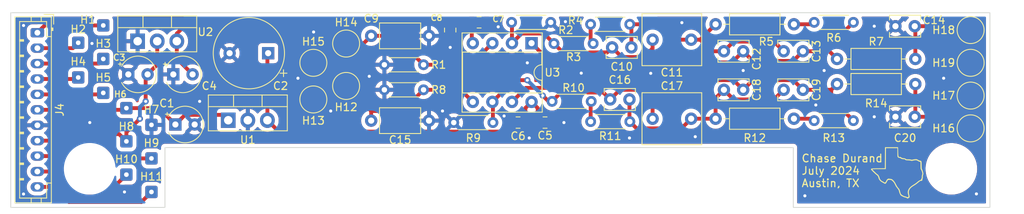
<source format=kicad_pcb>
(kicad_pcb (version 20211014) (generator pcbnew)
  (layers (0 "F.Cu" signal) (31 "B.Cu" signal) (34 "B.Paste" user) (35 "F.Paste" user) (36 "B.SilkS" user "B.Silkscreen") (37 "F.SilkS" user "F.Silkscreen") (38 "B.Mask" user) (39 "F.Mask" user) (44 "Edge.Cuts" user))
  (net 0 "")
  (net 1 "+12V")
  (net 2 "-12V")
  (net 3 "/OP_IN_L-")
  (net 4 "Net-(C10-Pad2)")
  (net 5 "/OP_OUT_L")
  (net 6 "/OP_IN_R-")
  (net 7 "Net-(C16-Pad2)")
  (net 8 "/OP_OUT_R")
  (net 9 "Net-(R3-Pad2)")
  (net 10 "Net-(R5-Pad2)")
  (net 11 "Net-(R10-Pad2)")
  (net 12 "Net-(R12-Pad2)")
  (net 13 "GND")
  (net 14 "-15V")
  (net 15 "+15V")
  (net 16 "/OP_IN_L+")
  (net 17 "/OP_IN_R+")
  (net 18 "Net-(H1-Pad1)")
  (net 19 "Net-(H2-Pad1)")
  (net 20 "Net-(H3-Pad1)")
  (net 21 "Net-(H4-Pad1)")
  (net 22 "Net-(H5-Pad1)")
  (net 23 "Net-(H9-Pad1)")
  (net 24 "Net-(H10-Pad1)")
  (net 25 "Net-(H11-Pad1)")
  (net 26 "/LINE_L+")
  (net 27 "/LINE_R+")
  (footprint "Capacitor_THT:C_Rect_L7.5mm_W6.5mm_P5.00mm" (layer "F.Cu") (at 184.5 80.75)
    (fp_text reference "C11" (at 2.5 4.25) (layer "F.SilkS"))
    (fp_text value "22n")
    (pad "1" thru_hole circle (at 0 0) (size 1.6 1.6) (drill 0.8) (layers *.Cu *.Mask) (net 3 "/OP_IN_L-"))
    (pad "2" thru_hole circle (at 5 0) (size 1.6 1.6) (drill 0.8) (layers *.Cu *.Mask) (net 4 "Net-(C10-Pad2)"))
  )
  (footprint "Resistor_THT:R_Axial_DIN0204_L3.6mm_D1.6mm_P5.08mm_Horizontal" (layer "F.Cu") (at 171.71 81.25)
    (fp_text reference "R3" (at 2.54 1.75) (layer "F.SilkS"))
    (fp_text value "82k")
    (pad "1" thru_hole circle (at 0 0) (size 1.4 1.4) (drill 0.7) (layers *.Cu *.Mask) (net 3 "/OP_IN_L-"))
    (pad "2" thru_hole oval (at 5.08 0) (size 1.4 1.4) (drill 0.7) (layers *.Cu *.Mask) (net 9 "Net-(R3-Pad2)"))
  )
  (footprint "Resistor_THT:R_Axial_DIN0204_L3.6mm_D1.6mm_P5.08mm_Horizontal" (layer "F.Cu") (at 154.79 84 180)
    (fp_text reference "R1" (at -1.96 0) (layer "F.SilkS"))
    (fp_text value "47k" hide)
    (pad "1" thru_hole circle (at 0 0 180) (size 1.4 1.4) (drill 0.7) (layers *.Cu *.Mask) (net 16 "/OP_IN_L+"))
    (pad "2" thru_hole oval (at 5.08 0 180) (size 1.4 1.4) (drill 0.7) (layers *.Cu *.Mask) (net 13 "GND"))
  )
  (footprint "Connector_Wire:SolderWire-0.1sqmm_1x01_D0.4mm_OD1mm" (layer "F.Cu") (at 113.25 87.65)
    (fp_text reference "H5" (at 0 -2) (layer "F.SilkS"))
    (fp_text value "MountingHole_Pad")
    (pad "1" thru_hole roundrect (at 0 0) (size 1.6 1.6) (drill 0.6) (layers *.Cu *.Mask) (roundrect_rratio 0.15625) (net 22 "Net-(H5-Pad1)"))
  )
  (footprint "Capacitor_THT:C_Disc_D3.8mm_W2.6mm_P2.50mm" (layer "F.Cu") (at 179 88.5)
    (fp_text reference "C16" (at 1.25 -2.55) (layer "F.SilkS"))
    (fp_text value "2700p")
    (pad "1" thru_hole circle (at 0 0) (size 1.6 1.6) (drill 0.8) (layers *.Cu *.Mask) (net 6 "/OP_IN_R-"))
    (pad "2" thru_hole circle (at 2.5 0) (size 1.6 1.6) (drill 0.8) (layers *.Cu *.Mask) (net 7 "Net-(C16-Pad2)"))
  )
  (footprint "Resistor_THT:R_Axial_DIN0204_L3.6mm_D1.6mm_P5.08mm_Horizontal" (layer "F.Cu") (at 154.79 87.25 180)
    (fp_text reference "R8" (at -1.96 0) (layer "F.SilkS"))
    (fp_text value "47k")
    (pad "1" thru_hole circle (at 0 0 180) (size 1.4 1.4) (drill 0.7) (layers *.Cu *.Mask) (net 17 "/OP_IN_R+"))
    (pad "2" thru_hole oval (at 5.08 0 180) (size 1.4 1.4) (drill 0.7) (layers *.Cu *.Mask) (net 13 "GND"))
  )
  (footprint "Capacitor_THT:C_Disc_D3.8mm_W2.6mm_P2.50mm" (layer "F.Cu") (at 201.5 82.25)
    (fp_text reference "C13" (at 4.25 0 90) (layer "F.SilkS"))
    (fp_text value "6800p")
    (pad "1" thru_hole circle (at 0 0) (size 1.6 1.6) (drill 0.8) (layers *.Cu *.Mask) (net 4 "Net-(C10-Pad2)"))
    (pad "2" thru_hole circle (at 2.5 0) (size 1.6 1.6) (drill 0.8) (layers *.Cu *.Mask) (net 5 "/OP_OUT_L"))
  )
  (footprint "Capacitor_SMD:C_0805_2012Metric" (layer "F.Cu") (at 167.05 91.5)
    (fp_text reference "C6" (at 0 1.75) (layer "F.SilkS"))
    (fp_text value "1u")
    (pad "1" smd roundrect (at -0.95 0) (size 1 1.45) (layers "F.Cu" "F.Paste" "F.Mask") (net 13 "GND"))
    (pad "2" smd roundrect (at 0.95 0) (size 1 1.45) (layers "F.Cu" "F.Paste" "F.Mask") (net 1 "+12V"))
  )
  (footprint "Library:texas_7mm" (layer "F.Cu") (at 216.25 98)
    (fp_text reference "G***" hide)
    (fp_text value "LOGO" hide)
  )
  (footprint "Capacitor_THT:C_Disc_D3.8mm_W2.6mm_P2.50mm" (layer "F.Cu") (at 193.75 87.25)
    (fp_text reference "C18" (at 4.25 0 90) (layer "F.SilkS"))
    (fp_text value "110p")
    (pad "1" thru_hole circle (at 0 0) (size 1.6 1.6) (drill 0.8) (layers *.Cu *.Mask) (net 7 "Net-(C16-Pad2)"))
    (pad "2" thru_hole circle (at 2.5 0) (size 1.6 1.6) (drill 0.8) (layers *.Cu *.Mask) (net 8 "/OP_OUT_R"))
  )
  (footprint "Resistor_THT:R_Axial_DIN0204_L3.6mm_D1.6mm_P5.08mm_Horizontal" (layer "F.Cu") (at 205.46 91.25)
    (fp_text reference "R13" (at 2.54 2.25) (layer "F.SilkS"))
    (fp_text value "6k2")
    (pad "1" thru_hole circle (at 0 0) (size 1.4 1.4) (drill 0.7) (layers *.Cu *.Mask) (net 12 "Net-(R12-Pad2)"))
    (pad "2" thru_hole oval (at 5.08 0) (size 1.4 1.4) (drill 0.7) (layers *.Cu *.Mask) (net 8 "/OP_OUT_R"))
  )
  (footprint "TestPoint:TestPoint_Pad_D3.0mm" (layer "F.Cu") (at 225.75 88)
    (fp_text reference "H17" (at -3.5 0) (layer "F.SilkS"))
    (fp_text value "MountingHole_Pad")
    (pad "1" smd circle (at 0 0) (size 3 3) (layers "F.Cu" "F.Mask") (net 13 "GND"))
  )
  (footprint "Capacitor_THT:C_Axial_L5.1mm_D3.1mm_P7.50mm_Horizontal" (layer "F.Cu") (at 148 91.25)
    (fp_text reference "C15" (at 3.75 2.5) (layer "F.SilkS"))
    (fp_text value "360p" hide)
    (pad "1" thru_hole circle (at 0 0) (size 1.6 1.6) (drill 0.8) (layers *.Cu *.Mask) (net 17 "/OP_IN_R+"))
    (pad "2" thru_hole oval (at 7.5 0) (size 1.6 1.6) (drill 0.8) (layers *.Cu *.Mask) (net 13 "GND"))
  )
  (footprint "Resistor_THT:R_Axial_DIN0204_L3.6mm_D1.6mm_P5.08mm_Horizontal" (layer "F.Cu") (at 176.466478 91.375955)
    (fp_text reference "R11" (at 2.533522 1.874045) (layer "F.SilkS"))
    (fp_text value "47k")
    (pad "1" thru_hole circle (at 0 0) (size 1.4 1.4) (drill 0.7) (layers *.Cu *.Mask) (net 11 "Net-(R10-Pad2)"))
    (pad "2" thru_hole oval (at 5.08 0) (size 1.4 1.4) (drill 0.7) (layers *.Cu *.Mask) (net 7 "Net-(C16-Pad2)"))
  )
  (footprint "Resistor_THT:R_Axial_DIN0204_L3.6mm_D1.6mm_P5.08mm_Horizontal" (layer "F.Cu") (at 205.46 78.5)
    (fp_text reference "R6" (at 2.54 2) (layer "F.SilkS"))
    (fp_text value "6k2")
    (pad "1" thru_hole circle (at 0 0) (size 1.4 1.4) (drill 0.7) (layers *.Cu *.Mask) (net 10 "Net-(R5-Pad2)"))
    (pad "2" thru_hole oval (at 5.08 0) (size 1.4 1.4) (drill 0.7) (layers *.Cu *.Mask) (net 5 "/OP_OUT_L"))
  )
  (footprint "Connector_Wire:SolderWire-0.1sqmm_1x01_D0.4mm_OD1mm" (layer "F.Cu") (at 113.25 78.9)
    (fp_text reference "H1" (at -2 -0.75) (layer "F.SilkS"))
    (fp_text value "MountingHole_Pad")
    (pad "1" thru_hole roundrect (at 0 0) (size 1.6 1.6) (drill 0.6) (layers *.Cu *.Mask) (roundrect_rratio 0.15625) (net 18 "Net-(H1-Pad1)"))
  )
  (footprint "Resistor_THT:R_Axial_DIN0207_L6.3mm_D2.5mm_P10.16mm_Horizontal" (layer "F.Cu") (at 208.42 86.5)
    (fp_text reference "R14" (at 5.08 2.5) (layer "F.SilkS"))
    (fp_text value "240")
    (pad "1" thru_hole circle (at 0 0) (size 1.6 1.6) (drill 0.8) (layers *.Cu *.Mask) (net 8 "/OP_OUT_R"))
    (pad "2" thru_hole oval (at 10.16 0) (size 1.6 1.6) (drill 0.8) (layers *.Cu *.Mask) (net 27 "/LINE_R+"))
  )
  (footprint "Connector_Wire:SolderWire-0.1sqmm_1x01_D0.4mm_OD1mm" (layer "F.Cu") (at 110 85.65)
    (fp_text reference "H4" (at 0 -2.0625) (layer "F.SilkS"))
    (fp_text value "MountingHole_Pad")
    (pad "1" thru_hole roundrect (at 0 0) (size 1.6 1.6) (drill 0.6) (layers *.Cu *.Mask) (roundrect_rratio 0.15625) (net 21 "Net-(H4-Pad1)"))
  )
  (footprint "TestPoint:TestPoint_Pad_D3.0mm" (layer "F.Cu") (at 140.5 83.75)
    (fp_text reference "H15" (at 0 -2.75) (layer "F.SilkS"))
    (fp_text value "MountingHole_Pad")
    (pad "1" smd circle (at 0 0) (size 3 3) (layers "F.Cu" "F.Mask") (net 13 "GND"))
  )
  (footprint "Resistor_THT:R_Axial_DIN0207_L6.3mm_D2.5mm_P10.16mm_Horizontal" (layer "F.Cu") (at 192.67 91)
    (fp_text reference "R12" (at 5.08 2.5) (layer "F.SilkS"))
    (fp_text value "4k7")
    (pad "1" thru_hole circle (at 0 0) (size 1.6 1.6) (drill 0.8) (layers *.Cu *.Mask) (net 7 "Net-(C16-Pad2)"))
    (pad "2" thru_hole oval (at 10.16 0) (size 1.6 1.6) (drill 0.8) (layers *.Cu *.Mask) (net 12 "Net-(R12-Pad2)"))
  )
  (footprint "MountingHole:MountingHole_2.7mm_M2.5" (layer "F.Cu") (at 223.25 97.5 180)
    (fp_text reference "MH1" hide)
    (fp_text value "MountingHole_2.7mm_M2.5" hide)
    (pad "" np_thru_hole circle locked (at 0 0 180) (size 2.7 2.7) (drill 2.7) (layers F&B.Cu *.Mask) (clearance 2))
  )
  (footprint "Package_TO_SOT_THT:TO-220-3_Vertical" (layer "F.Cu") (at 129.46 91.195)
    (fp_text reference "U1" (at 2.54 2.555) (layer "F.SilkS"))
    (fp_text value "LM2940CT-12_NOPB" hide)
    (pad "1" thru_hole rect (at 0 0) (size 1.905 2) (drill 1.1) (layers *.Cu *.Mask) (net 15 "+15V"))
    (pad "2" thru_hole oval (at 2.54 0) (size 1.905 2) (drill 1.1) (layers *.Cu *.Mask) (net 13 "GND"))
    (pad "3" thru_hole oval (at 5.08 0) (size 1.905 2) (drill 1.1) (layers *.Cu *.Mask) (net 1 "+12V"))
  )
  (footprint "Capacitor_THT:C_Disc_D3.8mm_W2.6mm_P2.50mm" (layer "F.Cu") (at 218.5 79 180)
    (fp_text reference "C14" (at -2.5 0.795) (layer "F.SilkS"))
    (fp_text value "2n2")
    (pad "1" thru_hole circle (at 0 0 180) (size 1.6 1.6) (drill 0.8) (layers *.Cu *.Mask) (net 26 "/LINE_L+"))
    (pad "2" thru_hole circle (at 2.5 0 180) (size 1.6 1.6) (drill 0.8) (layers *.Cu *.Mask) (net 13 "GND"))
  )
  (footprint "Connector_Wire:SolderWire-0.1sqmm_1x01_D0.4mm_OD1mm" (layer "F.Cu") (at 119.5 100.5)
    (fp_text reference "H11" (at 0 -2) (layer "F.SilkS"))
    (fp_text value "MountingHole_Pad")
    (pad "1" thru_hole roundrect (at 0 0) (size 1.6 1.6) (drill 0.6) (layers *.Cu *.Mask) (roundrect_rratio 0.15625) (net 25 "Net-(H11-Pad1)"))
  )
  (footprint "Capacitor_THT:CP_Radial_Tantal_D9.0mm_P5.00mm" (layer "F.Cu") (at 134.635164 82.5 180)
    (fp_text reference "C2" (at -1.614836 -4.25 180) (layer "F.SilkS"))
    (fp_text value "C")
    (pad "1" thru_hole rect (at 0 0 180) (size 1.6 1.6) (drill 0.8) (layers *.Cu *.Mask) (net 1 "+12V"))
    (pad "2" thru_hole circle (at 5 0 180) (size 1.6 1.6) (drill 0.8) (layers *.Cu *.Mask) (net 13 "GND"))
  )
  (footprint "Package_TO_SOT_THT:TO-220-3_Vertical" (layer "F.Cu") (at 117.71 80.945)
    (fp_text reference "U2" (at 8.79 -1.195) (layer "F.SilkS"))
    (fp_text value "LM2990SX-12" hide)
    (pad "1" thru_hole rect (at 0 0) (size 1.905 2) (drill 1.1) (layers *.Cu *.Mask) (net 13 "GND"))
    (pad "2" thru_hole oval (at 2.54 0) (size 1.905 2) (drill 1.1) (layers *.Cu *.Mask) (net 14 "-15V"))
    (pad "3" thru_hole oval (at 5.08 0) (size 1.905 2) (drill 1.1) (layers *.Cu *.Mask) (net 2 "-12V"))
  )
  (footprint "Resistor_THT:R_Axial_DIN0207_L6.3mm_D2.5mm_P10.16mm_Horizontal" (layer "F.Cu") (at 208.42 83.25)
    (fp_text reference "R7" (at 5.08 -2.25) (layer "F.SilkS"))
    (fp_text value "240")
    (pad "1" thru_hole circle (at 0 0) (size 1.6 1.6) (drill 0.8) (layers *.Cu *.Mask) (net 5 "/OP_OUT_L"))
    (pad "2" thru_hole oval (at 10.16 0) (size 1.6 1.6) (drill 0.8) (layers *.Cu *.Mask) (net 26 "/LINE_L+"))
  )
  (footprint "Connector_Wire:SolderWire-0.1sqmm_1x01_D0.4mm_OD1mm" (layer "F.Cu") (at 110 81.15)
    (fp_text reference "H2" (at 0 -1.75) (layer "F.SilkS"))
    (fp_text value "MountingHole_Pad")
    (pad "1" thru_hole roundrect (at 0 0) (size 1.6 1.6) (drill 0.6) (layers *.Cu *.Mask) (roundrect_rratio 0.15625) (net 19 "Net-(H2-Pad1)"))
  )
  (footprint "Connector_Wire:SolderWire-0.1sqmm_1x01_D0.4mm_OD1mm" (layer "F.Cu") (at 116.25 89.625)
    (fp_text reference "H6" (at -0.784507 -1.802262) (layer "F.SilkS") (effects (font (size 0.8 0.8))))
    (fp_text value "MountingHole_Pad")
    (pad "1" thru_hole roundrect (at 0 0) (size 1.6 1.6) (drill 0.6) (layers *.Cu *.Mask) (roundrect_rratio 0.15625) (net 15 "+15V"))
  )
  (footprint "Capacitor_THT:CP_Radial_Tantal_D4.5mm_P2.50mm" (layer "F.Cu") (at 122.334576 85.25)
    (fp_text reference "C4" (at 4.665424 1.5) (layer "F.SilkS"))
    (fp_text value "2u2")
    (pad "1" thru_hole rect (at 0 0) (size 1.6 1.6) (drill 0.8) (layers *.Cu *.Mask) (net 13 "GND"))
    (pad "2" thru_hole circle (at 2.5 0) (size 1.6 1.6) (drill 0.8) (layers *.Cu *.Mask) (net 2 "-12V"))
  )
  (footprint "TestPoint:TestPoint_Pad_D3.0mm" (layer "F.Cu") (at 144.75 81.25)
    (fp_text reference "H14" (at 0 -2.75) (layer "F.SilkS"))
    (fp_text value "MountingHole_Pad")
    (pad "1" smd circle (at 0 0) (size 3 3) (layers "F.Cu" "F.Mask") (net 16 "/OP_IN_L+"))
  )
  (footprint "Capacitor_SMD:C_0805_2012Metric" (layer "F.Cu") (at 162 78.5 180)
    (fp_text reference "C7" (at -2.482211 0.426597) (layer "F.SilkS") (effects (font (size 0.75 0.75))))
    (fp_text value "100n")
    (pad "1" smd roundrect (at -0.95 0 180) (size 1 1.45) (layers "F.Cu" "F.Paste" "F.Mask") (net 13 "GND"))
    (pad "2" smd roundrect (at 0.95 0 180) (size 1 1.45) (layers "F.Cu" "F.Paste" "F.Mask") (net 2 "-12V"))
  )
  (footprint "Resistor_THT:R_Axial_DIN0204_L3.6mm_D1.6mm_P5.08mm_Horizontal" (layer "F.Cu") (at 171.46 88.75)
    (fp_text reference "R10" (at 2.79 -1.75) (layer "F.SilkS"))
    (fp_text value "82k")
    (pad "1" thru_hole circle (at 0 0) (size 1.4 1.4) (drill 0.7) (layers *.Cu *.Mask) (net 6 "/OP_IN_R-"))
    (pad "2" thru_hole oval (at 5.08 0) (size 1.4 1.4) (drill 0.7) (layers *.Cu *.Mask) (net 11 "Net-(R10-Pad2)"))
  )
  (footprint "Capacitor_SMD:C_0805_2012Metric" (layer "F.Cu") (at 158.25 79.5 90)
    (fp_text reference "C8" (at 1.583215 -1.773906 180) (layer "F.SilkS") (effects (font (size 0.75 0.75))))
    (fp_text value "1u")
    (pad "1" smd roundrect (at -0.95 0 90) (size 1 1.45) (layers "F.Cu" "F.Paste" "F.Mask") (net 13 "GND"))
    (pad "2" smd roundrect (at 0.95 0 90) (size 1 1.45) (layers "F.Cu" "F.Paste" "F.Mask") (net 2 "-12V"))
  )
  (footprint "MountingHole:MountingHole_2.7mm_M2.5" (layer "F.Cu") (at 111.49 97.5 180)
    (fp_text reference "MH1" hide)
    (fp_text value "MountingHole_2.7mm_M2.5" hide)
    (pad "" np_thru_hole circle locked (at 0 0 180) (size 2.7 2.7) (drill 2.7) (layers F&B.Cu *.Mask) (clearance 2))
  )
  (footprint "TestPoint:TestPoint_Pad_D3.0mm" (layer "F.Cu") (at 225.75 79.5)
    (fp_text reference "H18" (at -3.5 0) (layer "F.SilkS"))
    (fp_text value "MountingHole_Pad")
    (pad "1" smd circle (at 0 0) (size 3 3) (layers "F.Cu" "F.Mask") (net 26 "/LINE_L+"))
  )
  (footprint "Connector_Wire:SolderWire-0.1sqmm_1x01_D0.4mm_OD1mm" (layer "F.Cu") (at 119.5 96.15)
    (fp_text reference "H9" (at 0 -2) (layer "F.SilkS"))
    (fp_text value "MountingHole_Pad")
    (pad "1" thru_hole roundrect (at 0 0) (size 1.6 1.6) (drill 0.6) (layers *.Cu *.Mask) (roundrect_rratio 0.15625) (net 23 "Net-(H9-Pad1)"))
  )
  (footprint "Connector_Wire:SolderWire-0.1sqmm_1x01_D0.4mm_OD1mm" (layer "F.Cu") (at 113.25 83.25)
    (fp_text reference "H3" (at 0 -2) (layer "F.SilkS"))
    (fp_text value "MountingHole_Pad")
    (pad "1" thru_hole roundrect (at 0 0) (size 1.6 1.6) (drill 0.6) (layers *.Cu *.Mask) (roundrect_rratio 0.15625) (net 20 "Net-(H3-Pad1)"))
  )
  (footprint "Connector_Wire:SolderWire-0.1sqmm_1x01_D0.4mm_OD1mm" (layer "F.Cu") (at 116.25 93.9375)
    (fp_text reference "H8" (at 0 -1.9375) (layer "F.SilkS"))
    (fp_text value "MountingHole_Pad")
    (pad "1" thru_hole roundrect (at 0 0) (size 1.6 1.6) (drill 0.6) (layers *.Cu *.Mask) (roundrect_rratio 0.15625) (net 14 "-15V"))
  )
  (footprint "Capacitor_THT:C_Axial_L5.1mm_D3.1mm_P7.50mm_Horizontal" (layer "F.Cu") (at 148 80.25)
    (fp_text reference "C9" (at 0.016405 -2.242501) (layer "F.SilkS"))
    (fp_text value "360p" hide)
    (pad "1" thru_hole circle (at 0 0) (size 1.6 1.6) (drill 0.8) (layers *.Cu *.Mask) (net 16 "/OP_IN_L+"))
    (pad "2" thru_hole oval (at 7.5 0) (size 1.6 1.6) (drill 0.8) (layers *.Cu *.Mask) (net 13 "GND"))
  )
  (footprint "Capacitor_THT:C_Rect_L7.5mm_W6.5mm_P5.00mm" (layer "F.Cu") (at 184.5 91)
    (fp_text reference "C17" (at 2.5 -4.25) (layer "F.SilkS"))
    (fp_text value "22n")
    (pad "1" thru_hole circle (at 0 0) (size 1.6 1.6) (drill 0.8) (layers *.Cu *.Mask) (net 6 "/OP_IN_R-"))
    (pad "2" thru_hole circle (at 5 0) (size 1.6 1.6) (drill 0.8) (layers *.Cu *.Mask) (net 7 "Net-(C16-Pad2)"))
  )
  (footprint "Capacitor_THT:CP_Radial_Tantal_D4.5mm_P2.50mm" (layer "F.Cu") (at 122.60572 91.75)
    (fp_text reference "C1" (at -1.10572 -2.75 180) (layer "F.SilkS"))
    (fp_text value "0.47u")
    (pad "1" thru_hole rect (at 0 0) (size 1.6 1.6) (drill 0.8) (layers *.Cu *.Mask) (net 15 "+15V"))
    (pad "2" thru_hole circle (at 2.5 0) (size 1.6 1.6) (drill 0.8) (layers *.Cu *.Mask) (net 13 "GND"))
  )
  (footprint "Connector_Wire:SolderWire-0.1sqmm_1x01_D0.4mm_OD1mm" (layer "F.Cu") (at 116.25 98.25)
    (fp_text reference "H10" (at 0 -2) (layer "F.SilkS"))
    (fp_text value "MountingHole_Pad")
    (pad "1" thru_hole roundrect (at 0 0) (size 1.6 1.6) (drill 0.6) (layers *.Cu *.Mask) (roundrect_rratio 0.15625) (net 24 "Net-(H10-Pad1)"))
  )
  (footprint "Resistor_THT:R_Axial_DIN0204_L3.6mm_D1.6mm_P5.08mm_Horizontal" (layer "F.Cu") (at 171.29 78.5 180)
    (fp_text reference "R2" (at -1.96 -1) (layer "F.SilkS"))
    (fp_text value "100")
    (pad "1" thru_hole circle (at 0 0 180) (size 1.4 1.4) (drill 0.7) (layers *.Cu *.Mask) (net 13 "GND"))
    (pad "2" thru_hole oval (at 5.08 0 180) (size 1.4 1.4) (drill 0.7) (layers *.Cu *.Mask) (net 3 "/OP_IN_L-"))
  )
  (footprint "Capacitor_SMD:C_0805_2012Metric" (layer "F.Cu") (at 170.55 91.5 180)
    (fp_text reference "C5" (at 0 -1.68) (layer "F.SilkS"))
    (fp_text value "100n")
    (pad "1" smd roundrect (at -0.95 0 180) (size 1 1.45) (layers "F.Cu" "F.Paste" "F.Mask") (net 13 "GND"))
    (pad "2" smd roundrect (at 0.95 0 180) (size 1 1.45) (layers "F.Cu" "F.Paste" "F.Mask") (net 1 "+12V"))
  )
  (footprint "TestPoint:TestPoint_Pad_D3.0mm" (layer "F.Cu") (at 225.75 92.25)
    (fp_text reference "H16" (at -3.5 0) (layer "F.SilkS"))
    (fp_text value "MountingHole_Pad")
    (pad "1" smd circle (at 0 0) (size 3 3) (layers "F.Cu" "F.Mask") (net 27 "/LINE_R+"))
  )
  (footprint "TestPoint:TestPoint_Pad_D3.0mm" (layer "F.Cu") (at 144.75 86.75)
    (fp_text reference "H12" (at 0 2.75) (layer "F.SilkS"))
    (fp_text value "MountingHole_Pad")
    (pad "1" smd circle (at 0 0) (size 3 3) (layers "F.Cu" "F.Mask") (net 17 "/OP_IN_R+"))
  )
  (footprint "Resistor_THT:R_Axial_DIN0204_L3.6mm_D1.6mm_P5.08mm_Horizontal" (layer "F.Cu") (at 176.46 78.75)
    (fp_text reference "R4" (at -1.96 -0.5) (layer "F.SilkS"))
    (fp_text value "47k")
    (pad "1" thru_hole circle (at 0 0) (size 1.4 1.4) (drill 0.7) (layers *.Cu *.Mask) (net 9 "Net-(R3-Pad2)"))
    (pad "2" thru_hole oval (at 5.08 0) (size 1.4 1.4) (drill 0.7) (layers *.Cu *.Mask) (net 4 "Net-(C10-Pad2)"))
  )
  (footprint "TestPoint:TestPoint_Pad_D3.0mm" (layer "F.Cu") (at 225.75 83.75)
    (fp_text reference "H19" (at -3.5 0) (layer "F.SilkS"))
    (fp_text value "MountingHole_Pad")
    (pad "1" smd circle (at 0 0) (size 3 3) (layers "F.Cu" "F.Mask") (net 13 "GND"))
  )
  (footprint "Capacitor_THT:C_Disc_D3.8mm_W2.6mm_P2.50mm" (layer "F.Cu") (at 218.5 90.75 180)
    (fp_text reference "C20" (at 1.25 -2.75) (layer "F.SilkS"))
    (fp_text value "2n2")
    (pad "1" thru_hole circle (at 0 0 180) (size 1.6 1.6) (drill 0.8) (layers *.Cu *.Mask) (net 27 "/LINE_R+"))
    (pad "2" thru_hole circle (at 2.5 0 180) (size 1.6 1.6) (drill 0.8) (layers *.Cu *.Mask) (net 13 "GND"))
  )
  (footprint "Resistor_THT:R_Axial_DIN0204_L3.6mm_D1.6mm_P5.08mm_Horizontal" (layer "F.Cu") (at 158.71 91.5)
    (fp_text reference "R9" (at 2.54 2) (layer "F.SilkS"))
    (fp_text value "100")
    (pad "1" thru_hole circle (at 0 0) (size 1.4 1.4) (drill 0.7) (layers *.Cu *.Mask) (net 13 "GND"))
    (pad "2" thru_hole oval (at 5.08 0) (size 1.4 1.4) (drill 0.7) (layers *.Cu *.Mask) (net 6 "/OP_IN_R-"))
  )
  (footprint "Capacitor_THT:C_Disc_D3.8mm_W2.6mm_P2.50mm" (layer "F.Cu") (at 201.5 87.25)
    (fp_text reference "C19" (at 4.25 0 90) (layer "F.SilkS"))
    (fp_text value "6800p")
    (pad "1" thru_hole circle (at 0 0) (size 1.6 1.6) (drill 0.8) (layers *.Cu *.Mask) (net 7 "Net-(C16-Pad2)"))
    (pad "2" thru_hole circle (at 2.5 0) (size 1.6 1.6) (drill 0.8) (layers *.Cu *.Mask) (net 8 "/OP_OUT_R"))
  )
  (footprint "Capacitor_THT:C_Disc_D3.8mm_W2.6mm_P2.50mm" (layer "F.Cu") (at 193.75 82.25)
    (fp_text reference "C12" (at 4.25 1 90) (layer "F.SilkS"))
    (fp_text value "110p")
    (pad "1" thru_hole circle (at 0 0) (size 1.6 1.6) (drill 0.8) (layers *.Cu *.Mask) (net 4 "Net-(C10-Pad2)"))
    (pad "2" thru_hole circle (at 2.5 0) (size 1.6 1.6) (drill 0.8) (layers *.Cu *.Mask) (net 5 "/OP_OUT_L"))
  )
  (footprint "Resistor_THT:R_Axial_DIN0207_L6.3mm_D2.5mm_P10.16mm_Horizontal" (layer "F.Cu") (at 192.67 78.75)
    (fp_text reference "R5" (at 6.58 2.25) (layer "F.SilkS"))
    (fp_text value "4k7")
    (pad "1" thru_hole circle (at 0 0) (size 1.6 1.6) (drill 0.8) (layers *.Cu *.Mask) (net 4 "Net-(C10-Pad2)"))
    (pad "2" thru_hole oval (at 10.16 0) (size 1.6 1.6) (drill 0.8) (layers *.Cu *.Mask) (net 10 "Net-(R5-Pad2)"))
  )
  (footprint "TestPoint:TestPoint_Pad_D3.0mm" (layer "F.Cu") (at 140.5 88.5)
    (fp_text reference "H13" (at 0 2.75) (layer "F.SilkS"))
    (fp_text value "MountingHole_Pad")
    (pad "1" smd circle (at 0 0) (size 3 3) (layers "F.Cu" "F.Mask") (net 13 "GND"))
  )
  (footprint "Package_DIP:DIP-8_W7.62mm_Socket" (layer "F.Cu") (at 168.8 81.2 -90)
    (fp_text reference "U3" (at 3.81 -2.7 180) (layer "F.SilkS"))
    (fp_text value "LM4562")
    (pad "1" thru_hole rect (at 0 0 270) (size 1.6 1.6) (drill 0.8) (layers *.Cu *.Mask) (net 5 "/OP_OUT_L"))
    (pad "2" thru_hole oval (at 0 2.54 270) (size 1.6 1.6) (drill 0.8) (layers *.Cu *.Mask) (net 3 "/OP_IN_L-"))
    (pad "3" thru_hole oval (at 0 5.08 270) (size 1.6 1.6) (drill 0.8) (layers *.Cu *.Mask) (net 16 "/OP_IN_L+"))
    (pad "4" thru_hole oval (at 0 7.62 270) (size 1.6 1.6) (drill 0.8) (layers *.Cu *.Mask) (net 2 "-12V"))
    (pad "5" thru_hole oval (at 7.62 7.62 270) (size 1.6 1.6) (drill 0.8) (layers *.Cu *.Mask) (net 17 "/OP_IN_R+"))
    (pad "6" thru_hole oval (at 7.62 5.08 270) (size 1.6 1.6) (drill 0.8) (layers *.Cu *.Mask) (net 6 "/OP_IN_R-"))
    (pad "7" thru_hole oval (at 7.62 2.54 270) (size 1.6 1.6) (drill 0.8) (layers *.Cu *.Mask) (net 8 "/OP_OUT_R"))
    (pad "8" thru_hole oval (at 7.62 0 270) (size 1.6 1.6) (drill 0.8) (layers *.Cu *.Mask) (net 1 "+12V"))
  )
  (footprint "Capacitor_THT:C_Disc_D3.8mm_W2.6mm_P2.50mm" (layer "F.Cu") (at 179.25 81.75)
    (fp_text reference "C10" (at 1.25 2.5) (layer "F.SilkS"))
    (fp_text value "2700p")
    (pad "1" thru_hole circle (at 0 0) (size 1.6 1.6) (drill 0.8) (layers *.Cu *.Mask) (net 3 "/OP_IN_L-"))
    (pad "2" thru_hole circle (at 2.5 0) (size 1.6 1.6) (drill 0.8) (layers *.Cu *.Mask) (net 4 "Net-(C10-Pad2)"))
  )
  (footprint "Connector_JST:JST_PH_B11B-PH-K_1x11_P2.00mm_Vertical" (layer "F.Cu") (at 104.704441 79.847472 -90)
    (fp_text reference "J4" (at 10 -2.9 90) (layer "F.SilkS"))
    (fp_text value "OUT_JU03_PU01")
    (pad "1" thru_hole roundrect (at 0 0 270) (size 1.2 1.75) (drill 0.75) (layers *.Cu *.Mask) (roundrect_rratio 0.208333) (net 18 "Net-(H1-Pad1)"))
    (pad "2" thru_hole oval (at 2 0 270) (size 1.2 1.75) (drill 0.75) (layers *.Cu *.Mask) (net 19 "Net-(H2-Pad1)"))
    (pad "3" thru_hole oval (at 4 0 270) (size 1.2 1.75) (drill 0.75) (layers *.Cu *.Mask) (net 20 "Net-(H3-Pad1)"))
    (pad "4" thru_hole oval (at 6 0 270) (size 1.2 1.75) (drill 0.75) (layers *.Cu *.Mask) (net 21 "Net-(H4-Pad1)"))
    (pad "5" thru_hole oval (at 8 0 270) (size 1.2 1.75) (drill 0.75) (layers *.Cu *.Mask) (net 22 "Net-(H5-Pad1)"))
    (pad "6" thru_hole oval (at 10 0 270) (size 1.2 1.75) (drill 0.75) (layers *.Cu *.Mask) (net 15 "+15V"))
    (pad "7" thru_hole oval (at 12 0 270) (size 1.2 1.75) (drill 0.75) (layers *.Cu *.Mask) (net 13 "GND"))
    (pad "8" thru_hole oval (at 14 0 270) (size 1.2 1.75) (drill 0.75) (layers *.Cu *.Mask) (net 14 "-15V"))
    (pad "9" thru_hole oval (at 16 0 270) (size 1.2 1.75) (drill 0.75) (layers *.Cu *.Mask) (net 23 "Net-(H9-Pad1)"))
    (pad "10" thru_hole oval (at 18 0 270) (size 1.2 1.75) (drill 0.75) (layers *.Cu *.Mask) (net 24 "Net-(H10-Pad1)"))
    (pad "11" thru_hole oval (at 20 0 270) (size 1.2 1.75) (drill 0.75) (layers *.Cu *.Mask) (net 25 "Net-(H11-Pad1)"))
  )
  (footprint "Connector_Wire:SolderWire-0.1sqmm_1x01_D0.4mm_OD1mm" (layer "F.Cu") (at 119.5 91.8)
    (fp_text reference "H7" (at 0 -2) (layer "F.SilkS"))
    (fp_text value "MountingHole_Pad")
    (pad "1" thru_hole roundrect (at 0 0) (size 1.6 1.6) (drill 0.6) (layers *.Cu *.Mask) (roundrect_rratio 0.15625) (net 13 "GND"))
  )
  (footprint "Capacitor_THT:CP_Radial_Tantal_D4.5mm_P2.50mm" (layer "F.Cu") (at 116.5 85.25)
    (fp_text reference "C3" (at -1.176926 -2.194503) (layer "F.SilkS") (effects (font (size 0.8 0.8))))
    (fp_text value "2u2")
    (pad "1" thru_hole rect (at 0 0) (size 1.6 1.6) (drill 0.8) (layers *.Cu *.Mask) (net 13 "GND"))
    (pad "2" thru_hole circle (at 2.5 0) (size 1.6 1.6) (drill 0.8) (layers *.Cu *.Mask) (net 14 "-15V"))
  )
  (gr_poly (pts (xy 228.25 102.5) (xy 202.75 102.5) (xy 202.75 94.75) (xy 121.25 94.75) (xy 121.25 102.5) (xy 101.25 102.5) (xy 101.25 77.25) (xy 228.25 77.25)) (layer "Edge.Cuts") (width 0.1) (fill none))
  (gr_text "Chase Durand\nJuly 2024\nAustin, TX" (at 203.75 97.75) (layer "F.SilkS") (effects (font (size 1 1)) (justify left)))
  (segment (start 169.6 91.5) (end 169.6 89.62) (width 0.5) (layer "F.Cu") (net 1))
  (segment (start 169.6 89.62) (end 168.8 88.82) (width 0.5) (layer "F.Cu") (net 1))
  (segment (start 134.54 91.195) (end 134.54 82.595164) (width 0.5) (layer "F.Cu") (net 1))
  (segment (start 136.02 92.675) (end 166.825 92.675) (width 0.5) (layer "F.Cu") (net 1))
  (segment (start 166.825 92.675) (end 168 91.5) (width 0.5) (layer "F.Cu") (net 1))
  (segment (start 134.54 82.595164) (end 134.635164 82.5) (width 0.5) (layer "F.Cu") (net 1))
  (segment (start 168 89.62) (end 168.8 88.82) (width 0.5) (layer "F.Cu") (net 1))
  (segment (start 168 91.5) (end 168 89.62) (width 0.5) (layer "F.Cu") (net 1))
  (segment (start 134.54 91.195) (end 136.02 92.675) (width 0.5) (layer "F.Cu") (net 1))
  (segment (start 168 91.5) (end 169.6 91.5) (width 0.5) (layer "F.Cu") (net 1))
  (segment (start 124.2 78.55) (end 122.79 79.96) (width 0.5) (layer "F.Cu") (net 2))
  (segment (start 161 78.55) (end 161.05 78.5) (width 0.5) (layer "F.Cu") (net 2))
  (segment (start 161.05 81.07) (end 161.18 81.2) (width 0.5) (layer "F.Cu") (net 2))
  (segment (start 122.79 83.205424) (end 124.834576 85.25) (width 0.5) (layer "F.Cu") (net 2))
  (segment (start 161.05 78.5) (end 161.05 81.07) (width 0.5) (layer "F.Cu") (net 2))
  (segment (start 122.79 80.945) (end 122.79 83.205424) (width 0.5) (layer "F.Cu") (net 2))
  (segment (start 158.25 78.55) (end 161 78.55) (width 0.5) (layer "F.Cu") (net 2))
  (segment (start 122.79 79.96) (end 122.79 80.945) (width 0.5) (layer "F.Cu") (net 2))
  (segment (start 158.25 78.55) (end 124.2 78.55) (width 0.5) (layer "F.Cu") (net 2))
  (segment (start 178.6 82.4) (end 179.25 81.75) (width 0.5) (layer "F.Cu") (net 3))
  (segment (start 171.71 81.25) (end 172.86 82.4) (width 0.5) (layer "F.Cu") (net 3))
  (segment (start 184.5 81.88137) (end 183.38137 83) (width 0.5) (layer "F.Cu") (net 3))
  (segment (start 184.5 80.75) (end 184.5 81.88137) (width 0.5) (layer "F.Cu") (net 3))
  (segment (start 172.86 82.4) (end 178.6 82.4) (width 0.5) (layer "F.Cu") (net 3))
  (segment (start 166.26 78.55) (end 166.21 78.5) (width 0.5) (layer "F.Cu") (net 3))
  (segment (start 180.5 83) (end 179.25 81.75) (width 0.5) (layer "F.Cu") (net 3))
  (segment (start 183.38137 83) (end 180.5 83) (width 0.5) (layer "F.Cu") (net 3))
  (segment (start 167.51 79.95) (end 170.41 79.95) (width 0.5) (layer "F.Cu") (net 3))
  (segment (start 166.26 81.2) (end 166.26 78.55) (width 0.5) (layer "F.Cu") (net 3))
  (segment (start 166.26 81.2) (end 167.51 79.95) (width 0.5) (layer "F.Cu") (net 3))
  (segment (start 170.41 79.95) (end 171.71 81.25) (width 0.5) (layer "F.Cu") (net 3))
  (segment (start 189.5 80.75) (end 190.67 80.75) (width 0.5) (layer "F.Cu") (net 4))
  (segment (start 201.5 82.25) (end 200.25 81) (width 0.5) (layer "F.Cu") (net 4))
  (segment (start 181.75 81.75) (end 181.75 78.96) (width 0.5) (layer "F.Cu") (net 4))
  (segment (start 190.67 80.75) (end 192.67 78.75) (width 0.5) (layer "F.Cu") (net 4))
  (segment (start 181.54 78.75) (end 185 78.75) (width 0.5) (layer "F.Cu") (net 4))
  (segment (start 200.25 81) (end 195 81) (width 0.5) (layer "F.Cu") (net 4))
  (segment (start 192.17 82.25) (end 193.75 82.25) (width 0.5) (layer "F.Cu") (net 4))
  (segment (start 190.67 80.75) (end 192.17 82.25) (width 0.5) (layer "F.Cu") (net 4))
  (segment (start 185 78.75) (end 187 80.75) (width 0.5) (layer "F.Cu") (net 4))
  (segment (start 195 81) (end 193.75 82.25) (width 0.5) (layer "F.Cu") (net 4))
  (segment (start 181.75 78.96) (end 181.54 78.75) (width 0.5) (layer "F.Cu") (net 4))
  (segment (start 187 80.75) (end 189.5 80.75) (width 0.5) (layer "F.Cu") (net 4))
  (segment (start 206.79 82.25) (end 210.54 78.5) (width 0.5) (layer "F.Cu") (net 5))
  (segment (start 171.3 83.7) (end 194.8 83.7) (width 0.5) (layer "F.Cu") (net 5))
  (segment (start 202.75 83.5) (end 204 82.25) (width 0.5) (layer "F.Cu") (net 5))
  (segment (start 204 82.25) (end 206.79 82.25) (width 0.5) (layer "F.Cu") (net 5))
  (segment (start 168.8 81.2) (end 171.3 83.7) (width 0.5) (layer "F.Cu") (net 5))
  (segment (start 197.5 83.5) (end 202.75 83.5) (width 0.5) (layer "F.Cu") (net 5))
  (segment (start 196.25 82.25) (end 197.5 83.5) (width 0.5) (layer "F.Cu") (net 5))
  (segment (start 194.8 83.7) (end 196.25 82.25) (width 0.5) (layer "F.Cu") (net 5))
  (segment (start 207.42 82.25) (end 208.42 83.25) (width 0.5) (layer "F.Cu") (net 5))
  (segment (start 206.79 82.25) (end 207.42 82.25) (width 0.5) (layer "F.Cu") (net 5))
  (segment (start 178.1 87.6) (end 172.61 87.6) (width 0.5) (layer "F.Cu") (net 6))
  (segment (start 184.5 89) (end 184.5 91) (width 0.5) (layer "F.Cu") (net 6))
  (segment (start 171.46 88.75) (end 171 88.75) (width 0.5) (layer "F.Cu") (net 6))
  (segment (start 179 88.5) (end 180.25 87.25) (width 0.5) (layer "F.Cu") (net 6))
  (segment (start 163.79 88.89) (end 163.72 88.82) (width 0.5) (layer "F.Cu") (net 6))
  (segment (start 172.61 87.6) (end 171.46 88.75) (width 0.5) (layer "F.Cu") (net 6))
  (segment (start 179 88.5) (end 178.1 87.6) (width 0.5) (layer "F.Cu") (net 6))
  (segment (start 171 88.75) (end 170.25 88) (width 0.5) (layer "F.Cu") (net 6))
  (segment (start 182.75 87.25) (end 184.5 89) (width 0.5) (layer "F.Cu") (net 6))
  (segment (start 180.25 87.25) (end 182.75 87.25) (width 0.5) (layer "F.Cu") (net 6))
  (segment (start 163.79 91.5) (end 163.79 88.89) (width 0.5) (layer "F.Cu") (net 6))
  (segment (start 166.54 86) (end 163.72 88.82) (width 0.5) (layer "F.Cu") (net 6))
  (segment (start 168.25 86) (end 166.54 86) (width 0.5) (layer "F.Cu") (net 6))
  (via (at 170.25 88) (size 0.8) (drill 0.4) (layers "F.Cu" "B.Cu") (net 6))
  (via (at 168.25 86) (size 0.8) (drill 0.4) (layers "F.Cu" "B.Cu") (net 6))
  (segment (start 168.25 86) (end 170.25 88) (width 0.5) (layer "B.Cu") (net 6))
  (segment (start 195 88.5) (end 200.25 88.5) (width 0.5) (layer "F.Cu") (net 7))
  (segment (start 181.5 91.329477) (end 181.546478 91.375955) (width 0.5) (layer "F.Cu") (net 7))
  (segment (start 189.5 91) (end 192.67 91) (width 0.5) (layer "F.Cu") (net 7))
  (segment (start 192.67 91) (end 192.67 88.33) (width 0.5) (layer "F.Cu") (net 7))
  (segment (start 188.25 92.25) (end 189.5 91) (width 0.5) (layer "F.Cu") (net 7))
  (segment (start 181.5 88.5) (end 181.5 91.329477) (width 0.5) (layer "F.Cu") (net 7))
  (segment (start 192.67 88.33) (end 193.75 87.25) (width 0.5) (layer "F.Cu") (net 7))
  (segment (start 193.75 87.25) (end 195 88.5) (width 0.5) (layer "F.Cu") (net 7))
  (segment (start 200.25 88.5) (end 201.5 87.25) (width 0.5) (layer "F.Cu") (net 7))
  (segment (start 181.546478 91.375955) (end 182.420523 92.25) (width 0.5) (layer "F.Cu") (net 7))
  (segment (start 182.420523 92.25) (end 188.25 92.25) (width 0.5) (layer "F.Cu") (net 7))
  (segment (start 204 87.25) (end 202.75 86) (width 0.5) (layer "F.Cu") (net 8))
  (segment (start 207.67 87.25) (end 208.42 86.5) (width 0.5) (layer "F.Cu") (net 8))
  (segment (start 191.5 86.5) (end 192 86) (width 0.5) (layer "F.Cu") (net 8))
  (segment (start 172.25 87) (end 172.75 86.5) (width 0.5) (layer "F.Cu") (net 8))
  (segment (start 207.67 87.25) (end 207.67 88.38) (width 0.5) (layer "F.Cu") (net 8))
  (segment (start 195 86) (end 196.25 87.25) (width 0.5) (layer "F.Cu") (net 8))
  (segment (start 197.5 86) (end 196.25 87.25) (width 0.5) (layer "F.Cu") (net 8))
  (segment (start 202.75 86) (end 197.5 86) (width 0.5) (layer "F.Cu") (net 8))
  (segment (start 166.26 88.82) (end 168.08 87) (width 0.5) (layer "F.Cu") (net 8))
  (segment (start 207.67 88.38) (end 210.54 91.25) (width 0.5) (layer "F.Cu") (net 8))
  (segment (start 192 86) (end 195 86) (width 0.5) (layer "F.Cu") (net 8))
  (segment (start 204 87.25) (end 207.67 87.25) (width 0.5) (layer "F.Cu") (net 8))
  (segment (start 172.75 86.5) (end 191.5 86.5) (width 0.5) (layer "F.Cu") (net 8))
  (segment (start 168.08 87) (end 172.25 87) (width 0.5) (layer "F.Cu") (net 8))
  (segment (start 176.46 80.92) (end 176.79 81.25) (width 0.5) (layer "F.Cu") (net 9))
  (segment (start 176.46 78.75) (end 176.46 80.92) (width 0.5) (layer "F.Cu") (net 9))
  (segment (start 205.21 78.75) (end 205.46 78.5) (width 0.5) (layer "F.Cu") (net 10))
  (segment (start 202.83 78.75) (end 205.21 78.75) (width 0.5) (layer "F.Cu") (net 10))
  (segment (start 176.466478 91.375955) (end 176.466478 88.823522) (width 0.5) (layer "F.Cu") (net 11))
  (segment (start 176.466478 88.823522) (end 176.54 88.75) (width 0.5) (layer "F.Cu") (net 11))
  (segment (start 205.21 91) (end 205.46 91.25) (width 0.5) (layer "F.Cu") (net 12))
  (segment (start 202.83 91) (end 205.21 91) (width 0.5) (layer "F.Cu") (net 12))
  (segment (start 166.091393 91.5) (end 166.1 91.5) (width 0.5) (layer "F.Cu") (net 13))
  (segment (start 155.7 80.45) (end 155.5 80.25) (width 0.5) (layer "F.Cu") (net 13))
  (segment (start 165.237635 90.646242) (end 166.091393 91.5) (width 0.5) (layer "F.Cu") (net 13))
  (via (at 184.258251 85.111498) (size 0.8) (drill 0.4) (layers "F.Cu" "B.Cu") (net 13))
  (via (at 142.75 90) (size 0.8) (drill 0.4) (layers "F.Cu" "B.Cu") (net 13))
  (via (at 226.5 100.75) (size 0.8) (drill 0.4) (layers "F.Cu" "B.Cu") (net 13))
  (via (at 175.245808 85.090237) (size 0.8) (drill 0.4) (layers "F.Cu" "B.Cu") (net 13))
  (via (at 111.5 91.5) (size 0.8) (drill 0.4) (layers "F.Cu" "B.Cu") (net 13))
  (via (at 190.032782 93.331063) (size 0.8) (drill 0.4) (layers "F.Cu" "B.Cu") (net 13))
  (via (at 102.906508 100.768789) (size 0.8) (drill 0.4) (layers "F.Cu" "B.Cu") (net 13))
  (via (at 188.29599 78.541063) (size 0.8) (drill 0.4) (layers "F.Cu" "B.Cu") (net 13))
  (via (at 222.25 85.75) (size 0.8) (drill 0.4) (layers "F.Cu" "B.Cu") (net 13))
  (via (at 213.25 79) (size 0.8) (drill 0.4) (layers "F.Cu" "B.Cu") (net 13))
  (via (at 116 100.5) (size 0.8) (drill 0.4) (layers "F.Cu" "B.Cu") (net 13))
  (via (at 140.531076 79.751151) (size 0.8) (drill 0.4) (layers "F.Cu" "B.Cu") (net 13))
  (via (at 125.75 88.75) (size 0.8) (drill 0.4) (layers "F.Cu" "B.Cu") (net 13))
  (via (at 204.25 101) (size 0.8) (drill 0.4) (layers "F.Cu" "B.Cu") (net 13))
  (via (at 138.5 85.75) (size 0.8) (drill 0.4) (layers "F.Cu" "B.Cu") (net 13))
  (via (at 164.476049 79.080933) (size 0.8) (drill 0.4) (layers "F.Cu" "B.Cu") (net 13))
  (via (at 181.5 93.5) (size 0.8) (drill 0.4) (layers "F.Cu" "B.Cu") (net 13))
  (via (at 168.25 83.75) (size 0.8) (drill 0.4) (layers "F.Cu" "B.Cu") (net 13))
  (via (at 206.75 84.75) (size 0.8) (drill 0.4) (layers "F.Cu" "B.Cu") (net 13))
  (via (at 213.25 90.75) (size 0.8) (drill 0.4) (layers "F.Cu" "B.Cu") (net 13))
  (via (at 205.668444 89.219563) (size 0.8) (drill 0.4) (layers "F.Cu" "B.Cu") (net 13))
  (via (at 165.237635 90.646242) (size 0.8) (drill 0.4) (layers "F.Cu" "B.Cu") (net 13))
  (via (at 102.909452 78.907082) (size 0.8) (drill 0.4) (layers "F.Cu" "B.Cu") (net 13))
  (via (at 157.25 90) (size 0.8) (drill 0.4) (layers "F.Cu" "B.Cu") (net 13))
  (via (at 147.75 85.5) (size 0.8) (drill 0.4) (layers "F.Cu" "B.Cu") (net 13))
  (via (at 196.25 84.75) (size 0.8) (drill 0.4) (layers "F.Cu" "B.Cu") (net 13))
  (via (at 168.5 93.5) (size 0.8) (drill 0.4) (layers "F.Cu" "B.Cu") (net 13))
  (via (at 173 91.5) (size 0.8) (drill 0.4) (layers "F.Cu" "B.Cu") (net 13))
  (via (at 111.785342 81.239399) (size 0.8) (drill 0.4) (layers "F.Cu" "B.Cu") (net 13))
  (via (at 173.188709 78.410716) (size 0.8) (drill 0.4) (layers "F.Cu" "B.Cu") (net 13))
  (via (at 158.25 81.75) (size 0.8) (drill 0.4) (layers "F.Cu" "B.Cu") (net 13))
  (segment (start 107.902528 93.847472) (end 108.75 93) (width 0.5) (layer "F.Cu") (net 14))
  (segment (start 118.75 85.478856) (end 118.978856 85.25) (width 0.5) (layer "F.Cu") (net 14))
  (segment (start 118.75 88.75) (end 118.75 85.478856) (width 0.5) (layer "F.Cu") (net 14))
  (segment (start 104.704441 93.847472) (end 107.902528 93.847472) (width 0.5) (layer "F.Cu") (net 14))
  (segment (start 120.25 83.978856) (end 118.978856 85.25) (width 0.5) (layer "F.Cu") (net 14))
  (segment (start 118 91) (end 116.25 92.75) (width 0.5) (layer "F.Cu") (net 14))
  (segment (start 108.75 93) (end 115.3125 93) (width 0.5) (layer "F.Cu") (net 14))
  (segment (start 116.25 92.75) (end 116.25 93.9375) (width 0.5) (layer "F.Cu") (net 14))
  (segment (start 115.3125 93) (end 116.25 93.9375) (width 0.5) (layer "F.Cu") (net 14))
  (segment (start 120.25 80.945) (end 120.25 83.978856) (width 0.5) (layer "F.Cu") (net 14))
  (via (at 118 91) (size 0.8) (drill 0.4) (layers "F.Cu" "B.Cu") (net 14))
  (via (at 118.75 88.75) (size 0.8) (drill 0.4) (layers "F.Cu" "B.Cu") (net 14))
  (segment (start 118 89.5) (end 118.75 88.75) (width 0.5) (layer "B.Cu") (net 14))
  (segment (start 118 91) (end 118 89.5) (width 0.5) (layer "B.Cu") (net 14))
  (segment (start 116.25 89.625) (end 116.027528 89.847472) (width 0.5) (layer "F.Cu") (net 15))
  (segment (start 128.765 90.5) (end 123.85572 90.5) (width 0.5) (layer "F.Cu") (net 15))
  (segment (start 120.48072 89.625) (end 122.60572 91.75) (width 0.5) (layer "F.Cu") (net 15))
  (segment (start 123.85572 90.5) (end 122.60572 91.75) (width 0.5) (layer "F.Cu") (net 15))
  (segment (start 129.46 91.195) (end 128.765 90.5) (width 0.5) (layer "F.Cu") (net 15))
  (segment (start 116.25 89.625) (end 120.48072 89.625) (width 0.5) (layer "F.Cu") (net 15))
  (segment (start 116.027528 89.847472) (end 104.704441 89.847472) (width 0.5) (layer "F.Cu") (net 15))
  (segment (start 160.92 84) (end 163.72 81.2) (width 0.5) (layer "F.Cu") (net 16))
  (segment (start 147 81.25) (end 148 80.25) (width 0.5) (layer "F.Cu") (net 16))
  (segment (start 144.75 81.25) (end 147 81.25) (width 0.5) (layer "F.Cu") (net 16))
  (segment (start 148 80.25) (end 151.04 80.25) (width 0.5) (layer "F.Cu") (net 16))
  (segment (start 154.79 84) (end 160.92 84) (width 0.5) (layer "F.Cu") (net 16))
  (segment (start 151.04 80.25) (end 154.79 84) (width 0.5) (layer "F.Cu") (net 16))
  (segment (start 152.04 90) (end 154.79 87.25) (width 0.5) (layer "F.Cu") (net 17))
  (segment (start 154.79 87.25) (end 159.61 87.25) (width 0.5) (layer "F.Cu") (net 17))
  (segment (start 144.75 86.75) (end 148 90) (width 0.5) (layer "F.Cu") (net 17))
  (segment (start 148 90) (end 148 91.25) (width 0.5) (layer "F.Cu") (net 17))
  (segment (start 148 90) (end 152.04 90) (width 0.5) (layer "F.Cu") (net 17))
  (segment (start 159.61 87.25) (end 161.18 88.82) (width 0.5) (layer "F.Cu") (net 17))
  (segment (start 105.651913 78.9) (end 104.704441 79.847472) (width 0.5) (layer "F.Cu") (net 18))
  (segment (start 113.25 78.9) (end 105.651913 78.9) (width 0.5) (layer "F.Cu") (net 18))
  (segment (start 109.302528 81.847472) (end 104.704441 81.847472) (width 0.5) (layer "F.Cu") (net 19))
  (segment (start 110 81.15) (end 109.302528 81.847472) (width 0.5) (layer "F.Cu") (net 19))
  (segment (start 104.704441 83.847472) (end 112.652528 83.847472) (width 0.5) (layer "F.Cu") (net 20))
  (segment (start 112.652528 83.847472) (end 113.25 83.25) (width 0.5) (layer "F.Cu") (net 20))
  (segment (start 109.802528 85.847472) (end 104.704441 85.847472) (width 0.5) (layer "F.Cu") (net 21))
  (segment (start 110 85.65) (end 109.802528 85.847472) (width 0.5) (layer "F.Cu") (net 21))
  (segment (start 113.052528 87.847472) (end 113.25 87.65) (width 0.5) (layer "F.Cu") (net 22))
  (segment (start 104.704441 87.847472) (end 113.052528 87.847472) (width 0.5) (layer "F.Cu") (net 22))
  (segment (start 112.98117 93.899999) (end 109.600001 93.899999) (width 0.5) (layer "F.Cu") (net 23))
  (segment (start 115.231171 96.15) (end 112.98117 93.899999) (width 0.5) (layer "F.Cu") (net 23))
  (segment (start 107.652528 95.847472) (end 104.704441 95.847472) (width 0.5) (layer "F.Cu") (net 23))
  (segment (start 109.600001 93.899999) (end 107.652528 95.847472) (width 0.5) (layer "F.Cu") (net 23))
  (segment (start 119.5 96.15) (end 115.231171 96.15) (width 0.5) (layer "F.Cu") (net 23))
  (segment (start 116.25 98.25) (end 113.399999 101.100001) (width 0.5) (layer "F.Cu") (net 24))
  (segment (start 106.597472 97.847472) (end 104.704441 97.847472) (width 0.5) (layer "F.Cu") (net 24))
  (segment (start 109.850001 101.100001) (end 106.597472 97.847472) (width 0.5) (layer "F.Cu") (net 24))
  (segment (start 113.399999 101.100001) (end 109.850001 101.100001) (width 0.5) (layer "F.Cu") (net 24))
  (segment (start 108.800001 101.800001) (end 118.199999 101.800001) (width 0.5) (layer "F.Cu") (net 25))
  (segment (start 118.199999 101.800001) (end 119.5 100.5) (width 0.5) (layer "F.Cu") (net 25))
  (segment (start 104.704441 99.847472) (end 106.847472 99.847472) (width 0.5) (layer "F.Cu") (net 25))
  (segment (start 106.847472 99.847472) (end 108.800001 101.800001) (width 0.5) (layer "F.Cu") (net 25))
  (segment (start 218.58 79.08) (end 218.5 79) (width 0.5) (layer "F.Cu") (net 26))
  (segment (start 225.25 79) (end 225.75 79.5) (width 0.5) (layer "F.Cu") (net 26))
  (segment (start 218.58 83.25) (end 218.58 79.08) (width 0.5) (layer "F.Cu") (net 26))
  (segment (start 218.5 79) (end 225.25 79) (width 0.5) (layer "F.Cu") (net 26))
  (segment (start 218.5 90.75) (end 224.25 90.75) (width 0.5) (layer "F.Cu") (net 27))
  (segment (start 218.58 90.67) (end 218.5 90.75) (width 0.5) (layer "F.Cu") (net 27))
  (segment (start 224.25 90.75) (end 225.75 92.25) (width 0.5) (layer "F.Cu") (net 27))
  (segment (start 218.58 86.5) (end 218.58 90.67) (width 0.5) (layer "F.Cu") (net 27))
  (zone (net 13) (net_name "GND") (layer "F.Cu") (connect_pads (clearance 0.508)) (min_thickness 0.254) (fill yes (thermal_gap 0.508) (thermal_bridge_width 0.508))
    (polygon (pts (xy 228.25 102.5) (xy 202.75 102.5) (xy 202.75 94.75) (xy 121.25 94.75) (xy 121.25 102.5) (xy 101.25 102.25) (xy 101.25 77.25) (xy 228.25 77.25)))
  )
  (zone (net 13) (net_name "GND") (layer "B.Cu") (connect_pads (clearance 0.508)) (min_thickness 0.254) (fill yes (thermal_gap 0.508) (thermal_bridge_width 0.508))
    (polygon (pts (xy 228.25 102.5) (xy 202.75 102.5) (xy 202.75 94.75) (xy 121.25 94.75) (xy 121.25 102.5) (xy 101.25 102.5) (xy 101.25 77.25) (xy 228.25 77.25)))
  )
)
</source>
